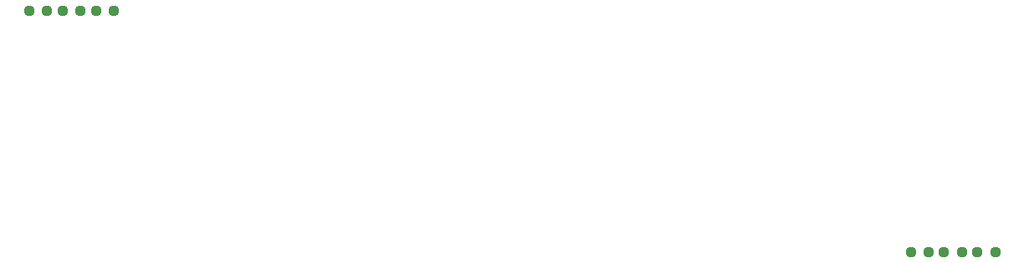
<source format=gbr>
%TF.GenerationSoftware,KiCad,Pcbnew,9.0.2*%
%TF.CreationDate,2025-06-06T13:12:36-07:00*%
%TF.ProjectId,MainBoard,4d61696e-426f-4617-9264-2e6b69636164,0.3*%
%TF.SameCoordinates,Original*%
%TF.FileFunction,Paste,Bot*%
%TF.FilePolarity,Positive*%
%FSLAX46Y46*%
G04 Gerber Fmt 4.6, Leading zero omitted, Abs format (unit mm)*
G04 Created by KiCad (PCBNEW 9.0.2) date 2025-06-06 13:12:36*
%MOMM*%
%LPD*%
G01*
G04 APERTURE LIST*
G04 Aperture macros list*
%AMRoundRect*
0 Rectangle with rounded corners*
0 $1 Rounding radius*
0 $2 $3 $4 $5 $6 $7 $8 $9 X,Y pos of 4 corners*
0 Add a 4 corners polygon primitive as box body*
4,1,4,$2,$3,$4,$5,$6,$7,$8,$9,$2,$3,0*
0 Add four circle primitives for the rounded corners*
1,1,$1+$1,$2,$3*
1,1,$1+$1,$4,$5*
1,1,$1+$1,$6,$7*
1,1,$1+$1,$8,$9*
0 Add four rect primitives between the rounded corners*
20,1,$1+$1,$2,$3,$4,$5,0*
20,1,$1+$1,$4,$5,$6,$7,0*
20,1,$1+$1,$6,$7,$8,$9,0*
20,1,$1+$1,$8,$9,$2,$3,0*%
G04 Aperture macros list end*
%ADD10RoundRect,0.237500X0.250000X0.237500X-0.250000X0.237500X-0.250000X-0.237500X0.250000X-0.237500X0*%
%ADD11RoundRect,0.237500X-0.250000X-0.237500X0.250000X-0.237500X0.250000X0.237500X-0.250000X0.237500X0*%
G04 APERTURE END LIST*
D10*
%TO.C,R49*%
X260925000Y-138125000D03*
X259100000Y-138125000D03*
%TD*%
D11*
%TO.C,R26*%
X173275000Y-113700000D03*
X175100000Y-113700000D03*
%TD*%
D10*
%TO.C,R36*%
X257562500Y-138125000D03*
X255737500Y-138125000D03*
%TD*%
D11*
%TO.C,R47*%
X169900000Y-113700000D03*
X171725000Y-113700000D03*
%TD*%
%TO.C,R48*%
X166525000Y-113700000D03*
X168350000Y-113700000D03*
%TD*%
D10*
%TO.C,R50*%
X264300000Y-138125000D03*
X262475000Y-138125000D03*
%TD*%
M02*

</source>
